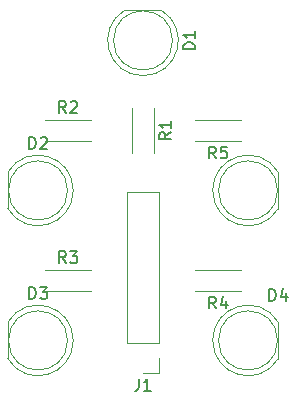
<source format=gbr>
%TF.GenerationSoftware,KiCad,Pcbnew,7.0.8*%
%TF.CreationDate,2023-11-19T21:35:35-05:00*%
%TF.ProjectId,Light Pcb,4c696768-7420-4506-9362-2e6b69636164,rev?*%
%TF.SameCoordinates,Original*%
%TF.FileFunction,Legend,Top*%
%TF.FilePolarity,Positive*%
%FSLAX46Y46*%
G04 Gerber Fmt 4.6, Leading zero omitted, Abs format (unit mm)*
G04 Created by KiCad (PCBNEW 7.0.8) date 2023-11-19 21:35:35*
%MOMM*%
%LPD*%
G01*
G04 APERTURE LIST*
%ADD10C,0.150000*%
%ADD11C,0.120000*%
G04 APERTURE END LIST*
D10*
X103974819Y-58586666D02*
X103498628Y-58919999D01*
X103974819Y-59158094D02*
X102974819Y-59158094D01*
X102974819Y-59158094D02*
X102974819Y-58777142D01*
X102974819Y-58777142D02*
X103022438Y-58681904D01*
X103022438Y-58681904D02*
X103070057Y-58634285D01*
X103070057Y-58634285D02*
X103165295Y-58586666D01*
X103165295Y-58586666D02*
X103308152Y-58586666D01*
X103308152Y-58586666D02*
X103403390Y-58634285D01*
X103403390Y-58634285D02*
X103451009Y-58681904D01*
X103451009Y-58681904D02*
X103498628Y-58777142D01*
X103498628Y-58777142D02*
X103498628Y-59158094D01*
X103974819Y-57634285D02*
X103974819Y-58205713D01*
X103974819Y-57919999D02*
X102974819Y-57919999D01*
X102974819Y-57919999D02*
X103117676Y-58015237D01*
X103117676Y-58015237D02*
X103212914Y-58110475D01*
X103212914Y-58110475D02*
X103260533Y-58205713D01*
X95083333Y-69654819D02*
X94750000Y-69178628D01*
X94511905Y-69654819D02*
X94511905Y-68654819D01*
X94511905Y-68654819D02*
X94892857Y-68654819D01*
X94892857Y-68654819D02*
X94988095Y-68702438D01*
X94988095Y-68702438D02*
X95035714Y-68750057D01*
X95035714Y-68750057D02*
X95083333Y-68845295D01*
X95083333Y-68845295D02*
X95083333Y-68988152D01*
X95083333Y-68988152D02*
X95035714Y-69083390D01*
X95035714Y-69083390D02*
X94988095Y-69131009D01*
X94988095Y-69131009D02*
X94892857Y-69178628D01*
X94892857Y-69178628D02*
X94511905Y-69178628D01*
X95416667Y-68654819D02*
X96035714Y-68654819D01*
X96035714Y-68654819D02*
X95702381Y-69035771D01*
X95702381Y-69035771D02*
X95845238Y-69035771D01*
X95845238Y-69035771D02*
X95940476Y-69083390D01*
X95940476Y-69083390D02*
X95988095Y-69131009D01*
X95988095Y-69131009D02*
X96035714Y-69226247D01*
X96035714Y-69226247D02*
X96035714Y-69464342D01*
X96035714Y-69464342D02*
X95988095Y-69559580D01*
X95988095Y-69559580D02*
X95940476Y-69607200D01*
X95940476Y-69607200D02*
X95845238Y-69654819D01*
X95845238Y-69654819D02*
X95559524Y-69654819D01*
X95559524Y-69654819D02*
X95464286Y-69607200D01*
X95464286Y-69607200D02*
X95416667Y-69559580D01*
X95083333Y-56954819D02*
X94750000Y-56478628D01*
X94511905Y-56954819D02*
X94511905Y-55954819D01*
X94511905Y-55954819D02*
X94892857Y-55954819D01*
X94892857Y-55954819D02*
X94988095Y-56002438D01*
X94988095Y-56002438D02*
X95035714Y-56050057D01*
X95035714Y-56050057D02*
X95083333Y-56145295D01*
X95083333Y-56145295D02*
X95083333Y-56288152D01*
X95083333Y-56288152D02*
X95035714Y-56383390D01*
X95035714Y-56383390D02*
X94988095Y-56431009D01*
X94988095Y-56431009D02*
X94892857Y-56478628D01*
X94892857Y-56478628D02*
X94511905Y-56478628D01*
X95464286Y-56050057D02*
X95511905Y-56002438D01*
X95511905Y-56002438D02*
X95607143Y-55954819D01*
X95607143Y-55954819D02*
X95845238Y-55954819D01*
X95845238Y-55954819D02*
X95940476Y-56002438D01*
X95940476Y-56002438D02*
X95988095Y-56050057D01*
X95988095Y-56050057D02*
X96035714Y-56145295D01*
X96035714Y-56145295D02*
X96035714Y-56240533D01*
X96035714Y-56240533D02*
X95988095Y-56383390D01*
X95988095Y-56383390D02*
X95416667Y-56954819D01*
X95416667Y-56954819D02*
X96035714Y-56954819D01*
X106014819Y-51538094D02*
X105014819Y-51538094D01*
X105014819Y-51538094D02*
X105014819Y-51299999D01*
X105014819Y-51299999D02*
X105062438Y-51157142D01*
X105062438Y-51157142D02*
X105157676Y-51061904D01*
X105157676Y-51061904D02*
X105252914Y-51014285D01*
X105252914Y-51014285D02*
X105443390Y-50966666D01*
X105443390Y-50966666D02*
X105586247Y-50966666D01*
X105586247Y-50966666D02*
X105776723Y-51014285D01*
X105776723Y-51014285D02*
X105871961Y-51061904D01*
X105871961Y-51061904D02*
X105967200Y-51157142D01*
X105967200Y-51157142D02*
X106014819Y-51299999D01*
X106014819Y-51299999D02*
X106014819Y-51538094D01*
X106014819Y-50014285D02*
X106014819Y-50585713D01*
X106014819Y-50299999D02*
X105014819Y-50299999D01*
X105014819Y-50299999D02*
X105157676Y-50395237D01*
X105157676Y-50395237D02*
X105252914Y-50490475D01*
X105252914Y-50490475D02*
X105300533Y-50585713D01*
X101266666Y-79444819D02*
X101266666Y-80159104D01*
X101266666Y-80159104D02*
X101219047Y-80301961D01*
X101219047Y-80301961D02*
X101123809Y-80397200D01*
X101123809Y-80397200D02*
X100980952Y-80444819D01*
X100980952Y-80444819D02*
X100885714Y-80444819D01*
X102266666Y-80444819D02*
X101695238Y-80444819D01*
X101980952Y-80444819D02*
X101980952Y-79444819D01*
X101980952Y-79444819D02*
X101885714Y-79587676D01*
X101885714Y-79587676D02*
X101790476Y-79682914D01*
X101790476Y-79682914D02*
X101695238Y-79730533D01*
X107783333Y-73494819D02*
X107450000Y-73018628D01*
X107211905Y-73494819D02*
X107211905Y-72494819D01*
X107211905Y-72494819D02*
X107592857Y-72494819D01*
X107592857Y-72494819D02*
X107688095Y-72542438D01*
X107688095Y-72542438D02*
X107735714Y-72590057D01*
X107735714Y-72590057D02*
X107783333Y-72685295D01*
X107783333Y-72685295D02*
X107783333Y-72828152D01*
X107783333Y-72828152D02*
X107735714Y-72923390D01*
X107735714Y-72923390D02*
X107688095Y-72971009D01*
X107688095Y-72971009D02*
X107592857Y-73018628D01*
X107592857Y-73018628D02*
X107211905Y-73018628D01*
X108640476Y-72828152D02*
X108640476Y-73494819D01*
X108402381Y-72447200D02*
X108164286Y-73161485D01*
X108164286Y-73161485D02*
X108783333Y-73161485D01*
X91971905Y-59994819D02*
X91971905Y-58994819D01*
X91971905Y-58994819D02*
X92210000Y-58994819D01*
X92210000Y-58994819D02*
X92352857Y-59042438D01*
X92352857Y-59042438D02*
X92448095Y-59137676D01*
X92448095Y-59137676D02*
X92495714Y-59232914D01*
X92495714Y-59232914D02*
X92543333Y-59423390D01*
X92543333Y-59423390D02*
X92543333Y-59566247D01*
X92543333Y-59566247D02*
X92495714Y-59756723D01*
X92495714Y-59756723D02*
X92448095Y-59851961D01*
X92448095Y-59851961D02*
X92352857Y-59947200D01*
X92352857Y-59947200D02*
X92210000Y-59994819D01*
X92210000Y-59994819D02*
X91971905Y-59994819D01*
X92924286Y-59090057D02*
X92971905Y-59042438D01*
X92971905Y-59042438D02*
X93067143Y-58994819D01*
X93067143Y-58994819D02*
X93305238Y-58994819D01*
X93305238Y-58994819D02*
X93400476Y-59042438D01*
X93400476Y-59042438D02*
X93448095Y-59090057D01*
X93448095Y-59090057D02*
X93495714Y-59185295D01*
X93495714Y-59185295D02*
X93495714Y-59280533D01*
X93495714Y-59280533D02*
X93448095Y-59423390D01*
X93448095Y-59423390D02*
X92876667Y-59994819D01*
X92876667Y-59994819D02*
X93495714Y-59994819D01*
X112291905Y-72844819D02*
X112291905Y-71844819D01*
X112291905Y-71844819D02*
X112530000Y-71844819D01*
X112530000Y-71844819D02*
X112672857Y-71892438D01*
X112672857Y-71892438D02*
X112768095Y-71987676D01*
X112768095Y-71987676D02*
X112815714Y-72082914D01*
X112815714Y-72082914D02*
X112863333Y-72273390D01*
X112863333Y-72273390D02*
X112863333Y-72416247D01*
X112863333Y-72416247D02*
X112815714Y-72606723D01*
X112815714Y-72606723D02*
X112768095Y-72701961D01*
X112768095Y-72701961D02*
X112672857Y-72797200D01*
X112672857Y-72797200D02*
X112530000Y-72844819D01*
X112530000Y-72844819D02*
X112291905Y-72844819D01*
X113720476Y-72178152D02*
X113720476Y-72844819D01*
X113482381Y-71797200D02*
X113244286Y-72511485D01*
X113244286Y-72511485D02*
X113863333Y-72511485D01*
X107783333Y-60794819D02*
X107450000Y-60318628D01*
X107211905Y-60794819D02*
X107211905Y-59794819D01*
X107211905Y-59794819D02*
X107592857Y-59794819D01*
X107592857Y-59794819D02*
X107688095Y-59842438D01*
X107688095Y-59842438D02*
X107735714Y-59890057D01*
X107735714Y-59890057D02*
X107783333Y-59985295D01*
X107783333Y-59985295D02*
X107783333Y-60128152D01*
X107783333Y-60128152D02*
X107735714Y-60223390D01*
X107735714Y-60223390D02*
X107688095Y-60271009D01*
X107688095Y-60271009D02*
X107592857Y-60318628D01*
X107592857Y-60318628D02*
X107211905Y-60318628D01*
X108688095Y-59794819D02*
X108211905Y-59794819D01*
X108211905Y-59794819D02*
X108164286Y-60271009D01*
X108164286Y-60271009D02*
X108211905Y-60223390D01*
X108211905Y-60223390D02*
X108307143Y-60175771D01*
X108307143Y-60175771D02*
X108545238Y-60175771D01*
X108545238Y-60175771D02*
X108640476Y-60223390D01*
X108640476Y-60223390D02*
X108688095Y-60271009D01*
X108688095Y-60271009D02*
X108735714Y-60366247D01*
X108735714Y-60366247D02*
X108735714Y-60604342D01*
X108735714Y-60604342D02*
X108688095Y-60699580D01*
X108688095Y-60699580D02*
X108640476Y-60747200D01*
X108640476Y-60747200D02*
X108545238Y-60794819D01*
X108545238Y-60794819D02*
X108307143Y-60794819D01*
X108307143Y-60794819D02*
X108211905Y-60747200D01*
X108211905Y-60747200D02*
X108164286Y-60699580D01*
X91971905Y-72694819D02*
X91971905Y-71694819D01*
X91971905Y-71694819D02*
X92210000Y-71694819D01*
X92210000Y-71694819D02*
X92352857Y-71742438D01*
X92352857Y-71742438D02*
X92448095Y-71837676D01*
X92448095Y-71837676D02*
X92495714Y-71932914D01*
X92495714Y-71932914D02*
X92543333Y-72123390D01*
X92543333Y-72123390D02*
X92543333Y-72266247D01*
X92543333Y-72266247D02*
X92495714Y-72456723D01*
X92495714Y-72456723D02*
X92448095Y-72551961D01*
X92448095Y-72551961D02*
X92352857Y-72647200D01*
X92352857Y-72647200D02*
X92210000Y-72694819D01*
X92210000Y-72694819D02*
X91971905Y-72694819D01*
X92876667Y-71694819D02*
X93495714Y-71694819D01*
X93495714Y-71694819D02*
X93162381Y-72075771D01*
X93162381Y-72075771D02*
X93305238Y-72075771D01*
X93305238Y-72075771D02*
X93400476Y-72123390D01*
X93400476Y-72123390D02*
X93448095Y-72171009D01*
X93448095Y-72171009D02*
X93495714Y-72266247D01*
X93495714Y-72266247D02*
X93495714Y-72504342D01*
X93495714Y-72504342D02*
X93448095Y-72599580D01*
X93448095Y-72599580D02*
X93400476Y-72647200D01*
X93400476Y-72647200D02*
X93305238Y-72694819D01*
X93305238Y-72694819D02*
X93019524Y-72694819D01*
X93019524Y-72694819D02*
X92924286Y-72647200D01*
X92924286Y-72647200D02*
X92876667Y-72599580D01*
D11*
%TO.C,R1*%
X102520000Y-56500000D02*
X102520000Y-60340000D01*
X100680000Y-56500000D02*
X100680000Y-60340000D01*
%TO.C,R3*%
X93330000Y-70200000D02*
X97170000Y-70200000D01*
X93330000Y-72040000D02*
X97170000Y-72040000D01*
%TO.C,R2*%
X93330000Y-57500000D02*
X97170000Y-57500000D01*
X93330000Y-59340000D02*
X97170000Y-59340000D01*
%TO.C,D1*%
X103145000Y-48240000D02*
X100055000Y-48240000D01*
X101599538Y-53789999D02*
G75*
G03*
X103144830Y-48240001I462J2989999D01*
G01*
X100055170Y-48240000D02*
G75*
G03*
X101600462Y-53790000I1544830J-2560000D01*
G01*
X104100000Y-50800000D02*
G75*
G03*
X104100000Y-50800000I-2500000J0D01*
G01*
%TO.C,J1*%
X102930000Y-78990000D02*
X101600000Y-78990000D01*
X102930000Y-77660000D02*
X102930000Y-78990000D01*
X102930000Y-76390000D02*
X102930000Y-63630000D01*
X102930000Y-76390000D02*
X100270000Y-76390000D01*
X102930000Y-63630000D02*
X100270000Y-63630000D01*
X100270000Y-76390000D02*
X100270000Y-63630000D01*
%TO.C,R4*%
X109870000Y-72040000D02*
X106030000Y-72040000D01*
X109870000Y-70200000D02*
X106030000Y-70200000D01*
%TO.C,D2*%
X90150000Y-61955000D02*
X90150000Y-65045000D01*
X95699999Y-63500462D02*
G75*
G03*
X90150001Y-61955170I-2989999J462D01*
G01*
X90150000Y-65044830D02*
G75*
G03*
X95700000Y-63499538I2560000J1544830D01*
G01*
X95210000Y-63500000D02*
G75*
G03*
X95210000Y-63500000I-2500000J0D01*
G01*
%TO.C,D5*%
X113050000Y-65045000D02*
X113050000Y-61955000D01*
X107500001Y-63499538D02*
G75*
G03*
X113049999Y-65044830I2989999J-462D01*
G01*
X113050000Y-61955170D02*
G75*
G03*
X107500000Y-63500462I-2560000J-1544830D01*
G01*
X112990000Y-63500000D02*
G75*
G03*
X112990000Y-63500000I-2500000J0D01*
G01*
%TO.C,D4*%
X113050000Y-77745000D02*
X113050000Y-74655000D01*
X107500001Y-76199538D02*
G75*
G03*
X113049999Y-77744830I2989999J-462D01*
G01*
X113050000Y-74655170D02*
G75*
G03*
X107500000Y-76200462I-2560000J-1544830D01*
G01*
X112990000Y-76200000D02*
G75*
G03*
X112990000Y-76200000I-2500000J0D01*
G01*
%TO.C,R5*%
X109870000Y-59340000D02*
X106030000Y-59340000D01*
X109870000Y-57500000D02*
X106030000Y-57500000D01*
%TO.C,D3*%
X90150000Y-74655000D02*
X90150000Y-77745000D01*
X95699999Y-76200462D02*
G75*
G03*
X90150001Y-74655170I-2989999J462D01*
G01*
X90150000Y-77744830D02*
G75*
G03*
X95700000Y-76199538I2560000J1544830D01*
G01*
X95210000Y-76200000D02*
G75*
G03*
X95210000Y-76200000I-2500000J0D01*
G01*
%TD*%
M02*

</source>
